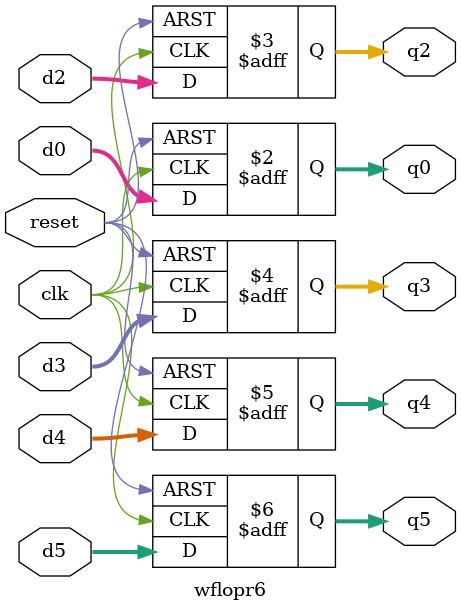
<source format=sv>
module wflopr6 (input  logic clk, reset,
                input  logic [31:0] d0, d2, d3, d4,
                //input  logic [31:0] d1,
                input  logic [4:0]  d5,
                output logic [31:0] q0, q2, q3, q4,
                //output logic [31:0] q1,
                output logic [4:0] q5
               );

always_ff @(posedge clk, posedge reset)
        if(reset)
            begin
                q0 <= 0;
                //q1 <= 0;
                q2 <= 0;
                q3 <= 0;
                q4 <= 0;
                q5 <= 0;
            end
        else
            begin
                q0 <= d0;
                //q1 <= d1;
                q2 <= d2;
                q3 <= d3;
                q4 <= d4;
                q5 <= d5;
            end
             //Íåáëîêèðóþùåå ïðèñâàèâàíèå êàê ðàç ãîâîðèò î òîì, ÷òî ñèãíàë
        //äîëæåí áûòü óñòàíîâèâøèìñÿ, òàê êàê çíà÷åíèå â ïðàâîé ÷àñòè âû÷èñëÿåòñÿ äî ïðèñâàèâàíèÿ

endmodule
</source>
